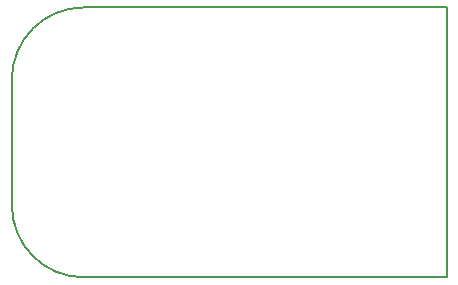
<source format=gm1>
G04 #@! TF.FileFunction,Profile,NP*
%FSLAX46Y46*%
G04 Gerber Fmt 4.6, Leading zero omitted, Abs format (unit mm)*
G04 Created by KiCad (PCBNEW 4.0.1-stable) date 3/22/2016 7:23:55 PM*
%MOMM*%
G01*
G04 APERTURE LIST*
%ADD10C,0.100000*%
%ADD11C,0.150000*%
G04 APERTURE END LIST*
D10*
D11*
X156214881Y-96774000D02*
G75*
G03X162306000Y-102870000I6096002J0D01*
G01*
X156210000Y-86106000D02*
X156210000Y-96774000D01*
X162306000Y-80014881D02*
G75*
G03X156210000Y-86106000I0J-6096002D01*
G01*
X193040000Y-102870000D02*
X193040000Y-92710000D01*
X161925000Y-102870000D02*
X193040000Y-102870000D01*
X193040000Y-80010000D02*
X162306000Y-80010000D01*
X193040000Y-92710000D02*
X193040000Y-80010000D01*
M02*

</source>
